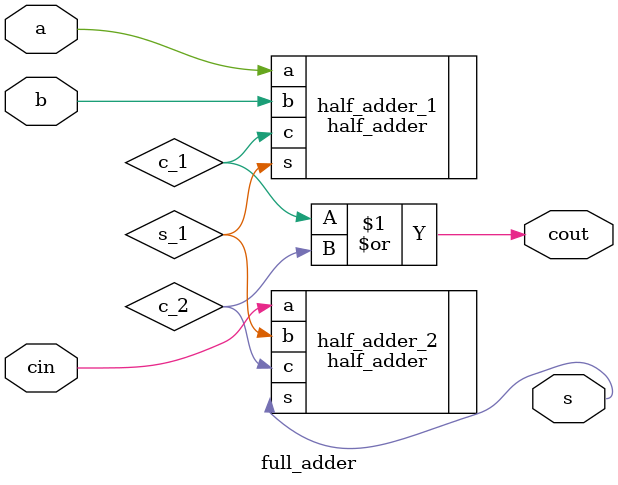
<source format=v>
module full_adder (
    input  wire a,
    input  wire b,
    input  wire cin,
    output wire s,
    output wire cout
);

    wire s_1, c_1, c_2;

    half_adder half_adder_1 (
        .a(a),
        .b(b),
        .s(s_1),
        .c(c_1)
    );
    half_adder half_adder_2 (
        .a(cin),
        .b(s_1),
        .s(s),
        .c(c_2)
    );
    assign cout = c_1 | c_2;

endmodule


</source>
